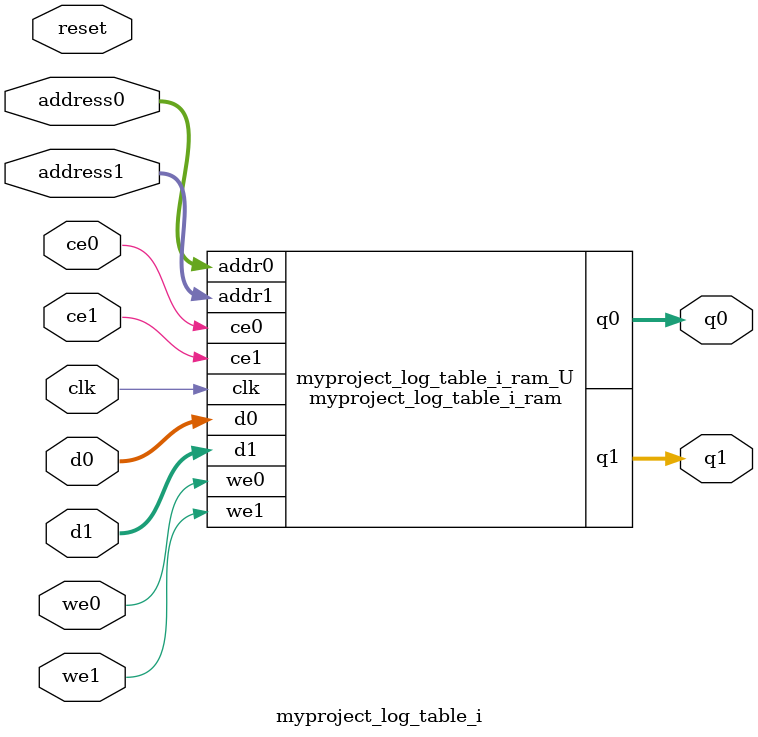
<source format=v>
`timescale 1 ns / 1 ps
module myproject_log_table_i_ram (addr0, ce0, d0, we0, q0, addr1, ce1, d1, we1, q1,  clk);

parameter DWIDTH = 16;
parameter AWIDTH = 12;
parameter MEM_SIZE = 4096;

input[AWIDTH-1:0] addr0;
input ce0;
input[DWIDTH-1:0] d0;
input we0;
output reg[DWIDTH-1:0] q0;
input[AWIDTH-1:0] addr1;
input ce1;
input[DWIDTH-1:0] d1;
input we1;
output reg[DWIDTH-1:0] q1;
input clk;

(* ram_style = "block" *)reg [DWIDTH-1:0] ram[0:MEM_SIZE-1];




always @(posedge clk)  
begin 
    if (ce0) begin
        if (we0) 
            ram[addr0] <= d0; 
        q0 <= ram[addr0];
    end
end


always @(posedge clk)  
begin 
    if (ce1) begin
        if (we1) 
            ram[addr1] <= d1; 
        q1 <= ram[addr1];
    end
end


endmodule

`timescale 1 ns / 1 ps
module myproject_log_table_i(
    reset,
    clk,
    address0,
    ce0,
    we0,
    d0,
    q0,
    address1,
    ce1,
    we1,
    d1,
    q1);

parameter DataWidth = 32'd16;
parameter AddressRange = 32'd4096;
parameter AddressWidth = 32'd12;
input reset;
input clk;
input[AddressWidth - 1:0] address0;
input ce0;
input we0;
input[DataWidth - 1:0] d0;
output[DataWidth - 1:0] q0;
input[AddressWidth - 1:0] address1;
input ce1;
input we1;
input[DataWidth - 1:0] d1;
output[DataWidth - 1:0] q1;



myproject_log_table_i_ram myproject_log_table_i_ram_U(
    .clk( clk ),
    .addr0( address0 ),
    .ce0( ce0 ),
    .we0( we0 ),
    .d0( d0 ),
    .q0( q0 ),
    .addr1( address1 ),
    .ce1( ce1 ),
    .we1( we1 ),
    .d1( d1 ),
    .q1( q1 ));

endmodule


</source>
